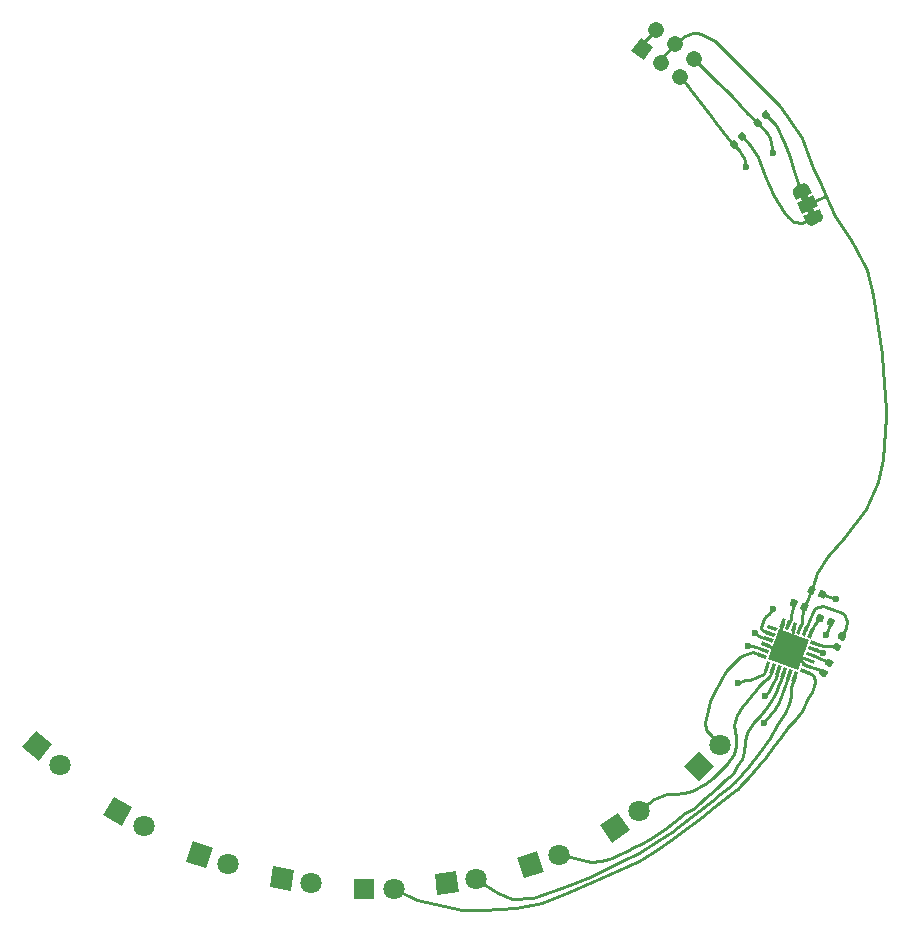
<source format=gtl>
G04 #@! TF.GenerationSoftware,KiCad,Pcbnew,(5.1.5)-3*
G04 #@! TF.CreationDate,2020-01-15T14:34:41+01:00*
G04 #@! TF.ProjectId,ring_pcb_5mm_leds,72696e67-5f70-4636-925f-356d6d5f6c65,rev?*
G04 #@! TF.SameCoordinates,Original*
G04 #@! TF.FileFunction,Copper,L1,Top*
G04 #@! TF.FilePolarity,Positive*
%FSLAX46Y46*%
G04 Gerber Fmt 4.6, Leading zero omitted, Abs format (unit mm)*
G04 Created by KiCad (PCBNEW (5.1.5)-3) date 2020-01-15 14:34:41*
%MOMM*%
%LPD*%
G04 APERTURE LIST*
%ADD10C,0.100000*%
%ADD11C,1.350000*%
%ADD12C,1.800000*%
%ADD13R,1.800000X1.800000*%
%ADD14C,0.600000*%
%ADD15C,0.250000*%
G04 APERTURE END LIST*
D10*
G36*
X181329511Y-66451415D02*
G01*
X181118202Y-65998262D01*
X181661987Y-65744691D01*
X181873296Y-66197845D01*
X181329511Y-66451415D01*
G37*
G36*
X180792786Y-65300405D02*
G01*
X180581477Y-64847251D01*
X181125261Y-64593680D01*
X181336571Y-65046834D01*
X180792786Y-65300405D01*
G37*
G04 #@! TA.AperFunction,SMDPad,CuDef*
G36*
X182375233Y-98155007D02*
G01*
X182389630Y-98156505D01*
X182403811Y-98159406D01*
X182417640Y-98163683D01*
X182694849Y-98264579D01*
X182708192Y-98270192D01*
X182720920Y-98277085D01*
X182732912Y-98285192D01*
X182744051Y-98294436D01*
X182754230Y-98304727D01*
X182763352Y-98315966D01*
X182771328Y-98328045D01*
X182778081Y-98340848D01*
X182783548Y-98354251D01*
X182787674Y-98368125D01*
X182790420Y-98382337D01*
X182791761Y-98396750D01*
X182791682Y-98411225D01*
X182790184Y-98425622D01*
X182787283Y-98439803D01*
X182783006Y-98453632D01*
X182665009Y-98777826D01*
X182659396Y-98791169D01*
X182652503Y-98803897D01*
X182644396Y-98815889D01*
X182635152Y-98827028D01*
X182624861Y-98837207D01*
X182613622Y-98846329D01*
X182601543Y-98854305D01*
X182588740Y-98861058D01*
X182575337Y-98866525D01*
X182561463Y-98870651D01*
X182547251Y-98873397D01*
X182532838Y-98874738D01*
X182518363Y-98874659D01*
X182503966Y-98873161D01*
X182489785Y-98870260D01*
X182475956Y-98865983D01*
X182198747Y-98765087D01*
X182185404Y-98759474D01*
X182172676Y-98752581D01*
X182160684Y-98744474D01*
X182149545Y-98735230D01*
X182139366Y-98724939D01*
X182130244Y-98713700D01*
X182122268Y-98701621D01*
X182115515Y-98688818D01*
X182110048Y-98675415D01*
X182105922Y-98661541D01*
X182103176Y-98647329D01*
X182101835Y-98632916D01*
X182101914Y-98618441D01*
X182103412Y-98604044D01*
X182106313Y-98589863D01*
X182110590Y-98576034D01*
X182228587Y-98251840D01*
X182234200Y-98238497D01*
X182241093Y-98225769D01*
X182249200Y-98213777D01*
X182258444Y-98202638D01*
X182268735Y-98192459D01*
X182279974Y-98183337D01*
X182292053Y-98175361D01*
X182304856Y-98168608D01*
X182318259Y-98163141D01*
X182332133Y-98159015D01*
X182346345Y-98156269D01*
X182360758Y-98154928D01*
X182375233Y-98155007D01*
G37*
G04 #@! TD.AperFunction*
G04 #@! TA.AperFunction,SMDPad,CuDef*
G36*
X181463731Y-97823247D02*
G01*
X181478128Y-97824745D01*
X181492309Y-97827646D01*
X181506138Y-97831923D01*
X181783347Y-97932819D01*
X181796690Y-97938432D01*
X181809418Y-97945325D01*
X181821410Y-97953432D01*
X181832549Y-97962676D01*
X181842728Y-97972967D01*
X181851850Y-97984206D01*
X181859826Y-97996285D01*
X181866579Y-98009088D01*
X181872046Y-98022491D01*
X181876172Y-98036365D01*
X181878918Y-98050577D01*
X181880259Y-98064990D01*
X181880180Y-98079465D01*
X181878682Y-98093862D01*
X181875781Y-98108043D01*
X181871504Y-98121872D01*
X181753507Y-98446066D01*
X181747894Y-98459409D01*
X181741001Y-98472137D01*
X181732894Y-98484129D01*
X181723650Y-98495268D01*
X181713359Y-98505447D01*
X181702120Y-98514569D01*
X181690041Y-98522545D01*
X181677238Y-98529298D01*
X181663835Y-98534765D01*
X181649961Y-98538891D01*
X181635749Y-98541637D01*
X181621336Y-98542978D01*
X181606861Y-98542899D01*
X181592464Y-98541401D01*
X181578283Y-98538500D01*
X181564454Y-98534223D01*
X181287245Y-98433327D01*
X181273902Y-98427714D01*
X181261174Y-98420821D01*
X181249182Y-98412714D01*
X181238043Y-98403470D01*
X181227864Y-98393179D01*
X181218742Y-98381940D01*
X181210766Y-98369861D01*
X181204013Y-98357058D01*
X181198546Y-98343655D01*
X181194420Y-98329781D01*
X181191674Y-98315569D01*
X181190333Y-98301156D01*
X181190412Y-98286681D01*
X181191910Y-98272284D01*
X181194811Y-98258103D01*
X181199088Y-98244274D01*
X181317085Y-97920080D01*
X181322698Y-97906737D01*
X181329591Y-97894009D01*
X181337698Y-97882017D01*
X181346942Y-97870878D01*
X181357233Y-97860699D01*
X181368472Y-97851577D01*
X181380551Y-97843601D01*
X181393354Y-97836848D01*
X181406757Y-97831381D01*
X181420631Y-97827255D01*
X181434843Y-97824509D01*
X181449256Y-97823168D01*
X181463731Y-97823247D01*
G37*
G04 #@! TD.AperFunction*
G04 #@! TA.AperFunction,SMDPad,CuDef*
G36*
X182217742Y-65871720D02*
G01*
X182450182Y-66370189D01*
X182449636Y-66370444D01*
X182460005Y-66392679D01*
X182476282Y-66438968D01*
X182487946Y-66486629D01*
X182494880Y-66535205D01*
X182497021Y-66584226D01*
X182494345Y-66633220D01*
X182486882Y-66681717D01*
X182474700Y-66729248D01*
X182457917Y-66775357D01*
X182436697Y-66819598D01*
X182411241Y-66861547D01*
X182381798Y-66900799D01*
X182348648Y-66936975D01*
X182312112Y-66969728D01*
X182272541Y-66998742D01*
X182230318Y-67023738D01*
X182208083Y-67034107D01*
X182208337Y-67034652D01*
X181755183Y-67245961D01*
X181754929Y-67245416D01*
X181732693Y-67255784D01*
X181686405Y-67272062D01*
X181638743Y-67283725D01*
X181590168Y-67290660D01*
X181541147Y-67292801D01*
X181492152Y-67290125D01*
X181443655Y-67282661D01*
X181396125Y-67270479D01*
X181350015Y-67253697D01*
X181305774Y-67232477D01*
X181263826Y-67207021D01*
X181224574Y-67177578D01*
X181188398Y-67144427D01*
X181155644Y-67107892D01*
X181126630Y-67068321D01*
X181101634Y-67026098D01*
X181091266Y-67003862D01*
X181090720Y-67004117D01*
X180858280Y-66505647D01*
X182217742Y-65871720D01*
G37*
G04 #@! TD.AperFunction*
G04 #@! TA.AperFunction,SMDPad,CuDef*
G36*
X182112087Y-65645143D02*
G01*
X180752625Y-66279071D01*
X180330007Y-65372763D01*
X181689469Y-64738835D01*
X182112087Y-65645143D01*
G37*
G04 #@! TD.AperFunction*
G04 #@! TA.AperFunction,SMDPad,CuDef*
G36*
X179992458Y-64647462D02*
G01*
X179982089Y-64625227D01*
X179965812Y-64578938D01*
X179954148Y-64531277D01*
X179947214Y-64482701D01*
X179945073Y-64433680D01*
X179947749Y-64384686D01*
X179955212Y-64336189D01*
X179967394Y-64288658D01*
X179984177Y-64242549D01*
X180005397Y-64198308D01*
X180030853Y-64156359D01*
X180060296Y-64117107D01*
X180093446Y-64080931D01*
X180129982Y-64048178D01*
X180169553Y-64019164D01*
X180211776Y-63994168D01*
X180234011Y-63983799D01*
X180233757Y-63983254D01*
X180686911Y-63771945D01*
X180687165Y-63772490D01*
X180709401Y-63762122D01*
X180755689Y-63745844D01*
X180803351Y-63734181D01*
X180851926Y-63727246D01*
X180900947Y-63725105D01*
X180949942Y-63727781D01*
X180998439Y-63735245D01*
X181045969Y-63747427D01*
X181092079Y-63764209D01*
X181136320Y-63785429D01*
X181178268Y-63810885D01*
X181217520Y-63840328D01*
X181253696Y-63873479D01*
X181286450Y-63910014D01*
X181315464Y-63949585D01*
X181340460Y-63991808D01*
X181350828Y-64014044D01*
X181351374Y-64013789D01*
X181583814Y-64512259D01*
X180224352Y-65146186D01*
X179991912Y-64647717D01*
X179992458Y-64647462D01*
G37*
G04 #@! TD.AperFunction*
G04 #@! TA.AperFunction,SMDPad,CuDef*
G36*
X180869482Y-99229127D02*
G01*
X180883879Y-99230625D01*
X180898060Y-99233526D01*
X180911889Y-99237803D01*
X181189098Y-99338699D01*
X181202441Y-99344312D01*
X181215169Y-99351205D01*
X181227161Y-99359312D01*
X181238300Y-99368556D01*
X181248479Y-99378847D01*
X181257601Y-99390086D01*
X181265577Y-99402165D01*
X181272330Y-99414968D01*
X181277797Y-99428371D01*
X181281923Y-99442245D01*
X181284669Y-99456457D01*
X181286010Y-99470870D01*
X181285931Y-99485345D01*
X181284433Y-99499742D01*
X181281532Y-99513923D01*
X181277255Y-99527752D01*
X181159258Y-99851946D01*
X181153645Y-99865289D01*
X181146752Y-99878017D01*
X181138645Y-99890009D01*
X181129401Y-99901148D01*
X181119110Y-99911327D01*
X181107871Y-99920449D01*
X181095792Y-99928425D01*
X181082989Y-99935178D01*
X181069586Y-99940645D01*
X181055712Y-99944771D01*
X181041500Y-99947517D01*
X181027087Y-99948858D01*
X181012612Y-99948779D01*
X180998215Y-99947281D01*
X180984034Y-99944380D01*
X180970205Y-99940103D01*
X180692996Y-99839207D01*
X180679653Y-99833594D01*
X180666925Y-99826701D01*
X180654933Y-99818594D01*
X180643794Y-99809350D01*
X180633615Y-99799059D01*
X180624493Y-99787820D01*
X180616517Y-99775741D01*
X180609764Y-99762938D01*
X180604297Y-99749535D01*
X180600171Y-99735661D01*
X180597425Y-99721449D01*
X180596084Y-99707036D01*
X180596163Y-99692561D01*
X180597661Y-99678164D01*
X180600562Y-99663983D01*
X180604839Y-99650154D01*
X180722836Y-99325960D01*
X180728449Y-99312617D01*
X180735342Y-99299889D01*
X180743449Y-99287897D01*
X180752693Y-99276758D01*
X180762984Y-99266579D01*
X180774223Y-99257457D01*
X180786302Y-99249481D01*
X180799105Y-99242728D01*
X180812508Y-99237261D01*
X180826382Y-99233135D01*
X180840594Y-99230389D01*
X180855007Y-99229048D01*
X180869482Y-99229127D01*
G37*
G04 #@! TD.AperFunction*
G04 #@! TA.AperFunction,SMDPad,CuDef*
G36*
X179957980Y-98897367D02*
G01*
X179972377Y-98898865D01*
X179986558Y-98901766D01*
X180000387Y-98906043D01*
X180277596Y-99006939D01*
X180290939Y-99012552D01*
X180303667Y-99019445D01*
X180315659Y-99027552D01*
X180326798Y-99036796D01*
X180336977Y-99047087D01*
X180346099Y-99058326D01*
X180354075Y-99070405D01*
X180360828Y-99083208D01*
X180366295Y-99096611D01*
X180370421Y-99110485D01*
X180373167Y-99124697D01*
X180374508Y-99139110D01*
X180374429Y-99153585D01*
X180372931Y-99167982D01*
X180370030Y-99182163D01*
X180365753Y-99195992D01*
X180247756Y-99520186D01*
X180242143Y-99533529D01*
X180235250Y-99546257D01*
X180227143Y-99558249D01*
X180217899Y-99569388D01*
X180207608Y-99579567D01*
X180196369Y-99588689D01*
X180184290Y-99596665D01*
X180171487Y-99603418D01*
X180158084Y-99608885D01*
X180144210Y-99613011D01*
X180129998Y-99615757D01*
X180115585Y-99617098D01*
X180101110Y-99617019D01*
X180086713Y-99615521D01*
X180072532Y-99612620D01*
X180058703Y-99608343D01*
X179781494Y-99507447D01*
X179768151Y-99501834D01*
X179755423Y-99494941D01*
X179743431Y-99486834D01*
X179732292Y-99477590D01*
X179722113Y-99467299D01*
X179712991Y-99456060D01*
X179705015Y-99443981D01*
X179698262Y-99431178D01*
X179692795Y-99417775D01*
X179688669Y-99403901D01*
X179685923Y-99389689D01*
X179684582Y-99375276D01*
X179684661Y-99360801D01*
X179686159Y-99346404D01*
X179689060Y-99332223D01*
X179693337Y-99318394D01*
X179811334Y-98994200D01*
X179816947Y-98980857D01*
X179823840Y-98968129D01*
X179831947Y-98956137D01*
X179841191Y-98944998D01*
X179851482Y-98934819D01*
X179862721Y-98925697D01*
X179874800Y-98917721D01*
X179887603Y-98910968D01*
X179901006Y-98905501D01*
X179914880Y-98901375D01*
X179929092Y-98898629D01*
X179943505Y-98897288D01*
X179957980Y-98897367D01*
G37*
G04 #@! TD.AperFunction*
G04 #@! TA.AperFunction,SMDPad,CuDef*
G36*
X174964880Y-60058836D02*
G01*
X174979198Y-60060960D01*
X174993239Y-60064477D01*
X175006868Y-60069354D01*
X175019953Y-60075543D01*
X175032369Y-60082984D01*
X175043995Y-60091607D01*
X175054720Y-60101328D01*
X175298672Y-60345280D01*
X175308393Y-60356005D01*
X175317016Y-60367631D01*
X175324457Y-60380047D01*
X175330646Y-60393132D01*
X175335523Y-60406761D01*
X175339040Y-60420802D01*
X175341164Y-60435120D01*
X175341874Y-60449578D01*
X175341164Y-60464036D01*
X175339040Y-60478354D01*
X175335523Y-60492395D01*
X175330646Y-60506024D01*
X175324457Y-60519109D01*
X175317016Y-60531525D01*
X175308393Y-60543151D01*
X175298672Y-60553876D01*
X175090076Y-60762472D01*
X175079351Y-60772193D01*
X175067725Y-60780816D01*
X175055309Y-60788257D01*
X175042224Y-60794446D01*
X175028595Y-60799323D01*
X175014554Y-60802840D01*
X175000236Y-60804964D01*
X174985778Y-60805674D01*
X174971320Y-60804964D01*
X174957002Y-60802840D01*
X174942961Y-60799323D01*
X174929332Y-60794446D01*
X174916247Y-60788257D01*
X174903831Y-60780816D01*
X174892205Y-60772193D01*
X174881480Y-60762472D01*
X174637528Y-60518520D01*
X174627807Y-60507795D01*
X174619184Y-60496169D01*
X174611743Y-60483753D01*
X174605554Y-60470668D01*
X174600677Y-60457039D01*
X174597160Y-60442998D01*
X174595036Y-60428680D01*
X174594326Y-60414222D01*
X174595036Y-60399764D01*
X174597160Y-60385446D01*
X174600677Y-60371405D01*
X174605554Y-60357776D01*
X174611743Y-60344691D01*
X174619184Y-60332275D01*
X174627807Y-60320649D01*
X174637528Y-60309924D01*
X174846124Y-60101328D01*
X174856849Y-60091607D01*
X174868475Y-60082984D01*
X174880891Y-60075543D01*
X174893976Y-60069354D01*
X174907605Y-60064477D01*
X174921646Y-60060960D01*
X174935964Y-60058836D01*
X174950422Y-60058126D01*
X174964880Y-60058836D01*
G37*
G04 #@! TD.AperFunction*
G04 #@! TA.AperFunction,SMDPad,CuDef*
G36*
X175650774Y-59372942D02*
G01*
X175665092Y-59375066D01*
X175679133Y-59378583D01*
X175692762Y-59383460D01*
X175705847Y-59389649D01*
X175718263Y-59397090D01*
X175729889Y-59405713D01*
X175740614Y-59415434D01*
X175984566Y-59659386D01*
X175994287Y-59670111D01*
X176002910Y-59681737D01*
X176010351Y-59694153D01*
X176016540Y-59707238D01*
X176021417Y-59720867D01*
X176024934Y-59734908D01*
X176027058Y-59749226D01*
X176027768Y-59763684D01*
X176027058Y-59778142D01*
X176024934Y-59792460D01*
X176021417Y-59806501D01*
X176016540Y-59820130D01*
X176010351Y-59833215D01*
X176002910Y-59845631D01*
X175994287Y-59857257D01*
X175984566Y-59867982D01*
X175775970Y-60076578D01*
X175765245Y-60086299D01*
X175753619Y-60094922D01*
X175741203Y-60102363D01*
X175728118Y-60108552D01*
X175714489Y-60113429D01*
X175700448Y-60116946D01*
X175686130Y-60119070D01*
X175671672Y-60119780D01*
X175657214Y-60119070D01*
X175642896Y-60116946D01*
X175628855Y-60113429D01*
X175615226Y-60108552D01*
X175602141Y-60102363D01*
X175589725Y-60094922D01*
X175578099Y-60086299D01*
X175567374Y-60076578D01*
X175323422Y-59832626D01*
X175313701Y-59821901D01*
X175305078Y-59810275D01*
X175297637Y-59797859D01*
X175291448Y-59784774D01*
X175286571Y-59771145D01*
X175283054Y-59757104D01*
X175280930Y-59742786D01*
X175280220Y-59728328D01*
X175280930Y-59713870D01*
X175283054Y-59699552D01*
X175286571Y-59685511D01*
X175291448Y-59671882D01*
X175297637Y-59658797D01*
X175305078Y-59646381D01*
X175313701Y-59634755D01*
X175323422Y-59624030D01*
X175532018Y-59415434D01*
X175542743Y-59405713D01*
X175554369Y-59397090D01*
X175566785Y-59389649D01*
X175579870Y-59383460D01*
X175593499Y-59378583D01*
X175607540Y-59375066D01*
X175621858Y-59372942D01*
X175636316Y-59372232D01*
X175650774Y-59372942D01*
G37*
G04 #@! TD.AperFunction*
D11*
X171601219Y-53160942D02*
X171601219Y-53160942D01*
X170397589Y-54758213D02*
X170397589Y-54758213D01*
X170003948Y-51957312D02*
X170003948Y-51957312D01*
X168800318Y-53554583D02*
X168800318Y-53554583D01*
X168406677Y-50753682D02*
X168406677Y-50753682D01*
G04 #@! TA.AperFunction,ComponentPad*
D10*
G36*
X167335901Y-53296257D02*
G01*
X166257743Y-52483807D01*
X167070193Y-51405649D01*
X168148351Y-52218099D01*
X167335901Y-53296257D01*
G37*
G04 #@! TD.AperFunction*
G04 #@! TA.AperFunction,SMDPad,CuDef*
G36*
X182977160Y-103958704D02*
G01*
X182991402Y-103961295D01*
X183005320Y-103965270D01*
X183018782Y-103970590D01*
X183031658Y-103977203D01*
X183330436Y-104149703D01*
X183342602Y-104157547D01*
X183353940Y-104166546D01*
X183364341Y-104176612D01*
X183373706Y-104187650D01*
X183381943Y-104199552D01*
X183388975Y-104212205D01*
X183394732Y-104225485D01*
X183399160Y-104239266D01*
X183402216Y-104253415D01*
X183403870Y-104267795D01*
X183404107Y-104282268D01*
X183402924Y-104296695D01*
X183400333Y-104310936D01*
X183396358Y-104324854D01*
X183391038Y-104338316D01*
X183384425Y-104351192D01*
X183236925Y-104606670D01*
X183229081Y-104618835D01*
X183220082Y-104630173D01*
X183210016Y-104640575D01*
X183198978Y-104649940D01*
X183187076Y-104658177D01*
X183174424Y-104665209D01*
X183161143Y-104670966D01*
X183147362Y-104675394D01*
X183133213Y-104678450D01*
X183118833Y-104680104D01*
X183104360Y-104680341D01*
X183089934Y-104679158D01*
X183075692Y-104676567D01*
X183061774Y-104672592D01*
X183048312Y-104667272D01*
X183035436Y-104660659D01*
X182736658Y-104488159D01*
X182724492Y-104480315D01*
X182713154Y-104471316D01*
X182702753Y-104461250D01*
X182693388Y-104450212D01*
X182685151Y-104438310D01*
X182678119Y-104425657D01*
X182672362Y-104412377D01*
X182667934Y-104398596D01*
X182664878Y-104384447D01*
X182663224Y-104370067D01*
X182662987Y-104355594D01*
X182664170Y-104341167D01*
X182666761Y-104326926D01*
X182670736Y-104313008D01*
X182676056Y-104299546D01*
X182682669Y-104286670D01*
X182830169Y-104031192D01*
X182838013Y-104019027D01*
X182847012Y-104007689D01*
X182857078Y-103997287D01*
X182868116Y-103987922D01*
X182880018Y-103979685D01*
X182892670Y-103972653D01*
X182905951Y-103966896D01*
X182919732Y-103962468D01*
X182933881Y-103959412D01*
X182948261Y-103957758D01*
X182962734Y-103957521D01*
X182977160Y-103958704D01*
G37*
G04 #@! TD.AperFunction*
G04 #@! TA.AperFunction,SMDPad,CuDef*
G36*
X182492160Y-104798748D02*
G01*
X182506402Y-104801339D01*
X182520320Y-104805314D01*
X182533782Y-104810634D01*
X182546658Y-104817247D01*
X182845436Y-104989747D01*
X182857602Y-104997591D01*
X182868940Y-105006590D01*
X182879341Y-105016656D01*
X182888706Y-105027694D01*
X182896943Y-105039596D01*
X182903975Y-105052249D01*
X182909732Y-105065529D01*
X182914160Y-105079310D01*
X182917216Y-105093459D01*
X182918870Y-105107839D01*
X182919107Y-105122312D01*
X182917924Y-105136739D01*
X182915333Y-105150980D01*
X182911358Y-105164898D01*
X182906038Y-105178360D01*
X182899425Y-105191236D01*
X182751925Y-105446714D01*
X182744081Y-105458879D01*
X182735082Y-105470217D01*
X182725016Y-105480619D01*
X182713978Y-105489984D01*
X182702076Y-105498221D01*
X182689424Y-105505253D01*
X182676143Y-105511010D01*
X182662362Y-105515438D01*
X182648213Y-105518494D01*
X182633833Y-105520148D01*
X182619360Y-105520385D01*
X182604934Y-105519202D01*
X182590692Y-105516611D01*
X182576774Y-105512636D01*
X182563312Y-105507316D01*
X182550436Y-105500703D01*
X182251658Y-105328203D01*
X182239492Y-105320359D01*
X182228154Y-105311360D01*
X182217753Y-105301294D01*
X182208388Y-105290256D01*
X182200151Y-105278354D01*
X182193119Y-105265701D01*
X182187362Y-105252421D01*
X182182934Y-105238640D01*
X182179878Y-105224491D01*
X182178224Y-105210111D01*
X182177987Y-105195638D01*
X182179170Y-105181211D01*
X182181761Y-105166970D01*
X182185736Y-105153052D01*
X182191056Y-105139590D01*
X182197669Y-105126714D01*
X182345169Y-104871236D01*
X182353013Y-104859071D01*
X182362012Y-104847733D01*
X182372078Y-104837331D01*
X182383116Y-104827966D01*
X182395018Y-104819729D01*
X182407670Y-104812697D01*
X182420951Y-104806940D01*
X182434732Y-104802512D01*
X182448881Y-104799456D01*
X182463261Y-104797802D01*
X182477734Y-104797565D01*
X182492160Y-104798748D01*
G37*
G04 #@! TD.AperFunction*
G04 #@! TA.AperFunction,SMDPad,CuDef*
G36*
X182189731Y-100185247D02*
G01*
X182204128Y-100186745D01*
X182218309Y-100189646D01*
X182232138Y-100193923D01*
X182509347Y-100294819D01*
X182522690Y-100300432D01*
X182535418Y-100307325D01*
X182547410Y-100315432D01*
X182558549Y-100324676D01*
X182568728Y-100334967D01*
X182577850Y-100346206D01*
X182585826Y-100358285D01*
X182592579Y-100371088D01*
X182598046Y-100384491D01*
X182602172Y-100398365D01*
X182604918Y-100412577D01*
X182606259Y-100426990D01*
X182606180Y-100441465D01*
X182604682Y-100455862D01*
X182601781Y-100470043D01*
X182597504Y-100483872D01*
X182479507Y-100808066D01*
X182473894Y-100821409D01*
X182467001Y-100834137D01*
X182458894Y-100846129D01*
X182449650Y-100857268D01*
X182439359Y-100867447D01*
X182428120Y-100876569D01*
X182416041Y-100884545D01*
X182403238Y-100891298D01*
X182389835Y-100896765D01*
X182375961Y-100900891D01*
X182361749Y-100903637D01*
X182347336Y-100904978D01*
X182332861Y-100904899D01*
X182318464Y-100903401D01*
X182304283Y-100900500D01*
X182290454Y-100896223D01*
X182013245Y-100795327D01*
X181999902Y-100789714D01*
X181987174Y-100782821D01*
X181975182Y-100774714D01*
X181964043Y-100765470D01*
X181953864Y-100755179D01*
X181944742Y-100743940D01*
X181936766Y-100731861D01*
X181930013Y-100719058D01*
X181924546Y-100705655D01*
X181920420Y-100691781D01*
X181917674Y-100677569D01*
X181916333Y-100663156D01*
X181916412Y-100648681D01*
X181917910Y-100634284D01*
X181920811Y-100620103D01*
X181925088Y-100606274D01*
X182043085Y-100282080D01*
X182048698Y-100268737D01*
X182055591Y-100256009D01*
X182063698Y-100244017D01*
X182072942Y-100232878D01*
X182083233Y-100222699D01*
X182094472Y-100213577D01*
X182106551Y-100205601D01*
X182119354Y-100198848D01*
X182132757Y-100193381D01*
X182146631Y-100189255D01*
X182160843Y-100186509D01*
X182175256Y-100185168D01*
X182189731Y-100185247D01*
G37*
G04 #@! TD.AperFunction*
G04 #@! TA.AperFunction,SMDPad,CuDef*
G36*
X183101233Y-100517007D02*
G01*
X183115630Y-100518505D01*
X183129811Y-100521406D01*
X183143640Y-100525683D01*
X183420849Y-100626579D01*
X183434192Y-100632192D01*
X183446920Y-100639085D01*
X183458912Y-100647192D01*
X183470051Y-100656436D01*
X183480230Y-100666727D01*
X183489352Y-100677966D01*
X183497328Y-100690045D01*
X183504081Y-100702848D01*
X183509548Y-100716251D01*
X183513674Y-100730125D01*
X183516420Y-100744337D01*
X183517761Y-100758750D01*
X183517682Y-100773225D01*
X183516184Y-100787622D01*
X183513283Y-100801803D01*
X183509006Y-100815632D01*
X183391009Y-101139826D01*
X183385396Y-101153169D01*
X183378503Y-101165897D01*
X183370396Y-101177889D01*
X183361152Y-101189028D01*
X183350861Y-101199207D01*
X183339622Y-101208329D01*
X183327543Y-101216305D01*
X183314740Y-101223058D01*
X183301337Y-101228525D01*
X183287463Y-101232651D01*
X183273251Y-101235397D01*
X183258838Y-101236738D01*
X183244363Y-101236659D01*
X183229966Y-101235161D01*
X183215785Y-101232260D01*
X183201956Y-101227983D01*
X182924747Y-101127087D01*
X182911404Y-101121474D01*
X182898676Y-101114581D01*
X182886684Y-101106474D01*
X182875545Y-101097230D01*
X182865366Y-101086939D01*
X182856244Y-101075700D01*
X182848268Y-101063621D01*
X182841515Y-101050818D01*
X182836048Y-101037415D01*
X182831922Y-101023541D01*
X182829176Y-101009329D01*
X182827835Y-100994916D01*
X182827914Y-100980441D01*
X182829412Y-100966044D01*
X182832313Y-100951863D01*
X182836590Y-100938034D01*
X182954587Y-100613840D01*
X182960200Y-100600497D01*
X182967093Y-100587769D01*
X182975200Y-100575777D01*
X182984444Y-100564638D01*
X182994735Y-100554459D01*
X183005974Y-100545337D01*
X183018053Y-100537361D01*
X183030856Y-100530608D01*
X183044259Y-100525141D01*
X183058133Y-100521015D01*
X183072345Y-100518269D01*
X183086758Y-100516928D01*
X183101233Y-100517007D01*
G37*
G04 #@! TD.AperFunction*
G04 #@! TA.AperFunction,SMDPad,CuDef*
G36*
X184038861Y-101733793D02*
G01*
X184053073Y-101736539D01*
X184066948Y-101740665D01*
X184080351Y-101746132D01*
X184393027Y-101891935D01*
X184405830Y-101898688D01*
X184417909Y-101906664D01*
X184429148Y-101915786D01*
X184439439Y-101925965D01*
X184448683Y-101937104D01*
X184456790Y-101949096D01*
X184463683Y-101961824D01*
X184469296Y-101975167D01*
X184473573Y-101988996D01*
X184476474Y-102003177D01*
X184477972Y-102017574D01*
X184478051Y-102032049D01*
X184476710Y-102046462D01*
X184473964Y-102060674D01*
X184469838Y-102074548D01*
X184464371Y-102087951D01*
X184339699Y-102355312D01*
X184332946Y-102368115D01*
X184324970Y-102380194D01*
X184315848Y-102391433D01*
X184305669Y-102401724D01*
X184294530Y-102410968D01*
X184282538Y-102419075D01*
X184269810Y-102425968D01*
X184256467Y-102431581D01*
X184242639Y-102435858D01*
X184228457Y-102438759D01*
X184214060Y-102440257D01*
X184199585Y-102440336D01*
X184185173Y-102438995D01*
X184170961Y-102436249D01*
X184157086Y-102432123D01*
X184143683Y-102426656D01*
X183831007Y-102280853D01*
X183818204Y-102274100D01*
X183806125Y-102266124D01*
X183794886Y-102257002D01*
X183784595Y-102246823D01*
X183775351Y-102235684D01*
X183767244Y-102223692D01*
X183760351Y-102210964D01*
X183754738Y-102197621D01*
X183750461Y-102183792D01*
X183747560Y-102169611D01*
X183746062Y-102155214D01*
X183745983Y-102140739D01*
X183747324Y-102126326D01*
X183750070Y-102112114D01*
X183754196Y-102098240D01*
X183759663Y-102084837D01*
X183884335Y-101817476D01*
X183891088Y-101804673D01*
X183899064Y-101792594D01*
X183908186Y-101781355D01*
X183918365Y-101771064D01*
X183929504Y-101761820D01*
X183941496Y-101753713D01*
X183954224Y-101746820D01*
X183967567Y-101741207D01*
X183981395Y-101736930D01*
X183995577Y-101734029D01*
X184009974Y-101732531D01*
X184024449Y-101732452D01*
X184038861Y-101733793D01*
G37*
G04 #@! TD.AperFunction*
G04 #@! TA.AperFunction,SMDPad,CuDef*
G36*
X183628921Y-102612911D02*
G01*
X183643133Y-102615657D01*
X183657008Y-102619783D01*
X183670411Y-102625250D01*
X183983087Y-102771053D01*
X183995890Y-102777806D01*
X184007969Y-102785782D01*
X184019208Y-102794904D01*
X184029499Y-102805083D01*
X184038743Y-102816222D01*
X184046850Y-102828214D01*
X184053743Y-102840942D01*
X184059356Y-102854285D01*
X184063633Y-102868114D01*
X184066534Y-102882295D01*
X184068032Y-102896692D01*
X184068111Y-102911167D01*
X184066770Y-102925580D01*
X184064024Y-102939792D01*
X184059898Y-102953666D01*
X184054431Y-102967069D01*
X183929759Y-103234430D01*
X183923006Y-103247233D01*
X183915030Y-103259312D01*
X183905908Y-103270551D01*
X183895729Y-103280842D01*
X183884590Y-103290086D01*
X183872598Y-103298193D01*
X183859870Y-103305086D01*
X183846527Y-103310699D01*
X183832699Y-103314976D01*
X183818517Y-103317877D01*
X183804120Y-103319375D01*
X183789645Y-103319454D01*
X183775233Y-103318113D01*
X183761021Y-103315367D01*
X183747146Y-103311241D01*
X183733743Y-103305774D01*
X183421067Y-103159971D01*
X183408264Y-103153218D01*
X183396185Y-103145242D01*
X183384946Y-103136120D01*
X183374655Y-103125941D01*
X183365411Y-103114802D01*
X183357304Y-103102810D01*
X183350411Y-103090082D01*
X183344798Y-103076739D01*
X183340521Y-103062910D01*
X183337620Y-103048729D01*
X183336122Y-103034332D01*
X183336043Y-103019857D01*
X183337384Y-103005444D01*
X183340130Y-102991232D01*
X183344256Y-102977358D01*
X183349723Y-102963955D01*
X183474395Y-102696594D01*
X183481148Y-102683791D01*
X183489124Y-102671712D01*
X183498246Y-102660473D01*
X183508425Y-102650182D01*
X183519564Y-102640938D01*
X183531556Y-102632831D01*
X183544284Y-102625938D01*
X183557627Y-102620325D01*
X183571455Y-102616048D01*
X183585637Y-102613147D01*
X183600034Y-102611649D01*
X183614509Y-102611570D01*
X183628921Y-102612911D01*
G37*
G04 #@! TD.AperFunction*
G04 #@! TA.AperFunction,SMDPad,CuDef*
G36*
X178809283Y-101485625D02*
G01*
X181346453Y-102409079D01*
X180422999Y-104946249D01*
X177885829Y-104022795D01*
X178809283Y-101485625D01*
G37*
G04 #@! TD.AperFunction*
G04 #@! TA.AperFunction,SMDPad,CuDef*
G36*
X181528001Y-102421949D02*
G01*
X182326739Y-102712666D01*
X182224133Y-102994573D01*
X181425395Y-102703856D01*
X181528001Y-102421949D01*
G37*
G04 #@! TD.AperFunction*
G04 #@! TA.AperFunction,SMDPad,CuDef*
G36*
X181356991Y-102891795D02*
G01*
X182155729Y-103182512D01*
X182053123Y-103464419D01*
X181254385Y-103173702D01*
X181356991Y-102891795D01*
G37*
G04 #@! TD.AperFunction*
G04 #@! TA.AperFunction,SMDPad,CuDef*
G36*
X181185981Y-103361641D02*
G01*
X181984719Y-103652358D01*
X181882113Y-103934265D01*
X181083375Y-103643548D01*
X181185981Y-103361641D01*
G37*
G04 #@! TD.AperFunction*
G04 #@! TA.AperFunction,SMDPad,CuDef*
G36*
X181014971Y-103831487D02*
G01*
X181813709Y-104122204D01*
X181711103Y-104404111D01*
X180912365Y-104113394D01*
X181014971Y-103831487D01*
G37*
G04 #@! TD.AperFunction*
G04 #@! TA.AperFunction,SMDPad,CuDef*
G36*
X180843961Y-104301334D02*
G01*
X181642699Y-104592051D01*
X181540093Y-104873958D01*
X180741355Y-104583241D01*
X180843961Y-104301334D01*
G37*
G04 #@! TD.AperFunction*
G04 #@! TA.AperFunction,SMDPad,CuDef*
G36*
X180672950Y-104771180D02*
G01*
X181471688Y-105061897D01*
X181369082Y-105343804D01*
X180570344Y-105053087D01*
X180672950Y-104771180D01*
G37*
G04 #@! TD.AperFunction*
G04 #@! TA.AperFunction,SMDPad,CuDef*
G36*
X179837505Y-105823929D02*
G01*
X180128222Y-105025191D01*
X180410129Y-105127797D01*
X180119412Y-105926535D01*
X179837505Y-105823929D01*
G37*
G04 #@! TD.AperFunction*
G04 #@! TA.AperFunction,SMDPad,CuDef*
G36*
X179367659Y-105652919D02*
G01*
X179658376Y-104854181D01*
X179940283Y-104956787D01*
X179649566Y-105755525D01*
X179367659Y-105652919D01*
G37*
G04 #@! TD.AperFunction*
G04 #@! TA.AperFunction,SMDPad,CuDef*
G36*
X178897813Y-105481909D02*
G01*
X179188530Y-104683171D01*
X179470437Y-104785777D01*
X179179720Y-105584515D01*
X178897813Y-105481909D01*
G37*
G04 #@! TD.AperFunction*
G04 #@! TA.AperFunction,SMDPad,CuDef*
G36*
X178427967Y-105310899D02*
G01*
X178718684Y-104512161D01*
X179000591Y-104614767D01*
X178709874Y-105413505D01*
X178427967Y-105310899D01*
G37*
G04 #@! TD.AperFunction*
G04 #@! TA.AperFunction,SMDPad,CuDef*
G36*
X177958120Y-105139889D02*
G01*
X178248837Y-104341151D01*
X178530744Y-104443757D01*
X178240027Y-105242495D01*
X177958120Y-105139889D01*
G37*
G04 #@! TD.AperFunction*
G04 #@! TA.AperFunction,SMDPad,CuDef*
G36*
X177488274Y-104968878D02*
G01*
X177778991Y-104170140D01*
X178060898Y-104272746D01*
X177770181Y-105071484D01*
X177488274Y-104968878D01*
G37*
G04 #@! TD.AperFunction*
G04 #@! TA.AperFunction,SMDPad,CuDef*
G36*
X177008149Y-103437301D02*
G01*
X177806887Y-103728018D01*
X177704281Y-104009925D01*
X176905543Y-103719208D01*
X177008149Y-103437301D01*
G37*
G04 #@! TD.AperFunction*
G04 #@! TA.AperFunction,SMDPad,CuDef*
G36*
X177179159Y-102967455D02*
G01*
X177977897Y-103258172D01*
X177875291Y-103540079D01*
X177076553Y-103249362D01*
X177179159Y-102967455D01*
G37*
G04 #@! TD.AperFunction*
G04 #@! TA.AperFunction,SMDPad,CuDef*
G36*
X177350169Y-102497609D02*
G01*
X178148907Y-102788326D01*
X178046301Y-103070233D01*
X177247563Y-102779516D01*
X177350169Y-102497609D01*
G37*
G04 #@! TD.AperFunction*
G04 #@! TA.AperFunction,SMDPad,CuDef*
G36*
X177521179Y-102027763D02*
G01*
X178319917Y-102318480D01*
X178217311Y-102600387D01*
X177418573Y-102309670D01*
X177521179Y-102027763D01*
G37*
G04 #@! TD.AperFunction*
G04 #@! TA.AperFunction,SMDPad,CuDef*
G36*
X177692189Y-101557916D02*
G01*
X178490927Y-101848633D01*
X178388321Y-102130540D01*
X177589583Y-101839823D01*
X177692189Y-101557916D01*
G37*
G04 #@! TD.AperFunction*
G04 #@! TA.AperFunction,SMDPad,CuDef*
G36*
X177863200Y-101088070D02*
G01*
X178661938Y-101378787D01*
X178559332Y-101660694D01*
X177760594Y-101369977D01*
X177863200Y-101088070D01*
G37*
G04 #@! TD.AperFunction*
G04 #@! TA.AperFunction,SMDPad,CuDef*
G36*
X178822153Y-101304077D02*
G01*
X179112870Y-100505339D01*
X179394777Y-100607945D01*
X179104060Y-101406683D01*
X178822153Y-101304077D01*
G37*
G04 #@! TD.AperFunction*
G04 #@! TA.AperFunction,SMDPad,CuDef*
G36*
X179291999Y-101475087D02*
G01*
X179582716Y-100676349D01*
X179864623Y-100778955D01*
X179573906Y-101577693D01*
X179291999Y-101475087D01*
G37*
G04 #@! TD.AperFunction*
G04 #@! TA.AperFunction,SMDPad,CuDef*
G36*
X179761845Y-101646097D02*
G01*
X180052562Y-100847359D01*
X180334469Y-100949965D01*
X180043752Y-101748703D01*
X179761845Y-101646097D01*
G37*
G04 #@! TD.AperFunction*
G04 #@! TA.AperFunction,SMDPad,CuDef*
G36*
X180231691Y-101817107D02*
G01*
X180522408Y-101018369D01*
X180804315Y-101120975D01*
X180513598Y-101919713D01*
X180231691Y-101817107D01*
G37*
G04 #@! TD.AperFunction*
G04 #@! TA.AperFunction,SMDPad,CuDef*
G36*
X180701538Y-101988117D02*
G01*
X180992255Y-101189379D01*
X181274162Y-101291985D01*
X180983445Y-102090723D01*
X180701538Y-101988117D01*
G37*
G04 #@! TD.AperFunction*
G04 #@! TA.AperFunction,SMDPad,CuDef*
G36*
X181171384Y-102159128D02*
G01*
X181462101Y-101360390D01*
X181744008Y-101462996D01*
X181453291Y-102261734D01*
X181171384Y-102159128D01*
G37*
G04 #@! TD.AperFunction*
D12*
X117926800Y-112951634D03*
G04 #@! TA.AperFunction,ComponentPad*
D10*
G36*
X114713098Y-111429884D02*
G01*
X115870116Y-110051004D01*
X117248996Y-111208022D01*
X116091978Y-112586902D01*
X114713098Y-111429884D01*
G37*
G04 #@! TD.AperFunction*
D12*
X173817098Y-111242902D03*
G04 #@! TA.AperFunction,ComponentPad*
D10*
G36*
X172021047Y-114311745D02*
G01*
X170748255Y-113038953D01*
X172021047Y-111766161D01*
X173293839Y-113038953D01*
X172021047Y-114311745D01*
G37*
G04 #@! TD.AperFunction*
D12*
X125000752Y-118158953D03*
G04 #@! TA.AperFunction,ComponentPad*
D10*
G36*
X121571624Y-117218376D02*
G01*
X122471624Y-115659530D01*
X124030470Y-116559530D01*
X123130470Y-118118376D01*
X121571624Y-117218376D01*
G37*
G04 #@! TD.AperFunction*
D12*
X166971693Y-116822069D03*
G04 #@! TA.AperFunction,ComponentPad*
D10*
G36*
X164670029Y-119532409D02*
G01*
X163637591Y-118057935D01*
X165112065Y-117025497D01*
X166144503Y-118499971D01*
X164670029Y-119532409D01*
G37*
G04 #@! TD.AperFunction*
D12*
X132136731Y-121353856D03*
G04 #@! TA.AperFunction,ComponentPad*
D10*
G36*
X128586981Y-121146789D02*
G01*
X129143211Y-119434887D01*
X130855113Y-119991117D01*
X130298883Y-121703019D01*
X128586981Y-121146789D01*
G37*
G04 #@! TD.AperFunction*
D12*
X160132664Y-120602010D03*
G04 #@! TA.AperFunction,ComponentPad*
D10*
G36*
X157173092Y-122572931D02*
G01*
X156587069Y-120870998D01*
X158289002Y-120284975D01*
X158875025Y-121986908D01*
X157173092Y-122572931D01*
G37*
G04 #@! TD.AperFunction*
D12*
X139189775Y-122986297D03*
G04 #@! TA.AperFunction,ComponentPad*
D10*
G36*
X135651336Y-123337081D02*
G01*
X135932919Y-121559242D01*
X137710758Y-121840825D01*
X137429175Y-123618664D01*
X135651336Y-123337081D01*
G37*
G04 #@! TD.AperFunction*
D12*
X153172114Y-122639405D03*
G04 #@! TA.AperFunction,ComponentPad*
D10*
G36*
X149867438Y-123951927D02*
G01*
X149648073Y-122165344D01*
X151434656Y-121945979D01*
X151654021Y-123732562D01*
X149867438Y-123951927D01*
G37*
G04 #@! TD.AperFunction*
D12*
X146201047Y-123478953D03*
D13*
X143661047Y-123478953D03*
G04 #@! TA.AperFunction,SMDPad,CuDef*
D10*
G36*
X177680774Y-57532942D02*
G01*
X177695092Y-57535066D01*
X177709133Y-57538583D01*
X177722762Y-57543460D01*
X177735847Y-57549649D01*
X177748263Y-57557090D01*
X177759889Y-57565713D01*
X177770614Y-57575434D01*
X178014566Y-57819386D01*
X178024287Y-57830111D01*
X178032910Y-57841737D01*
X178040351Y-57854153D01*
X178046540Y-57867238D01*
X178051417Y-57880867D01*
X178054934Y-57894908D01*
X178057058Y-57909226D01*
X178057768Y-57923684D01*
X178057058Y-57938142D01*
X178054934Y-57952460D01*
X178051417Y-57966501D01*
X178046540Y-57980130D01*
X178040351Y-57993215D01*
X178032910Y-58005631D01*
X178024287Y-58017257D01*
X178014566Y-58027982D01*
X177805970Y-58236578D01*
X177795245Y-58246299D01*
X177783619Y-58254922D01*
X177771203Y-58262363D01*
X177758118Y-58268552D01*
X177744489Y-58273429D01*
X177730448Y-58276946D01*
X177716130Y-58279070D01*
X177701672Y-58279780D01*
X177687214Y-58279070D01*
X177672896Y-58276946D01*
X177658855Y-58273429D01*
X177645226Y-58268552D01*
X177632141Y-58262363D01*
X177619725Y-58254922D01*
X177608099Y-58246299D01*
X177597374Y-58236578D01*
X177353422Y-57992626D01*
X177343701Y-57981901D01*
X177335078Y-57970275D01*
X177327637Y-57957859D01*
X177321448Y-57944774D01*
X177316571Y-57931145D01*
X177313054Y-57917104D01*
X177310930Y-57902786D01*
X177310220Y-57888328D01*
X177310930Y-57873870D01*
X177313054Y-57859552D01*
X177316571Y-57845511D01*
X177321448Y-57831882D01*
X177327637Y-57818797D01*
X177335078Y-57806381D01*
X177343701Y-57794755D01*
X177353422Y-57784030D01*
X177562018Y-57575434D01*
X177572743Y-57565713D01*
X177584369Y-57557090D01*
X177596785Y-57549649D01*
X177609870Y-57543460D01*
X177623499Y-57538583D01*
X177637540Y-57535066D01*
X177651858Y-57532942D01*
X177666316Y-57532232D01*
X177680774Y-57532942D01*
G37*
G04 #@! TD.AperFunction*
G04 #@! TA.AperFunction,SMDPad,CuDef*
G36*
X176994880Y-58218836D02*
G01*
X177009198Y-58220960D01*
X177023239Y-58224477D01*
X177036868Y-58229354D01*
X177049953Y-58235543D01*
X177062369Y-58242984D01*
X177073995Y-58251607D01*
X177084720Y-58261328D01*
X177328672Y-58505280D01*
X177338393Y-58516005D01*
X177347016Y-58527631D01*
X177354457Y-58540047D01*
X177360646Y-58553132D01*
X177365523Y-58566761D01*
X177369040Y-58580802D01*
X177371164Y-58595120D01*
X177371874Y-58609578D01*
X177371164Y-58624036D01*
X177369040Y-58638354D01*
X177365523Y-58652395D01*
X177360646Y-58666024D01*
X177354457Y-58679109D01*
X177347016Y-58691525D01*
X177338393Y-58703151D01*
X177328672Y-58713876D01*
X177120076Y-58922472D01*
X177109351Y-58932193D01*
X177097725Y-58940816D01*
X177085309Y-58948257D01*
X177072224Y-58954446D01*
X177058595Y-58959323D01*
X177044554Y-58962840D01*
X177030236Y-58964964D01*
X177015778Y-58965674D01*
X177001320Y-58964964D01*
X176987002Y-58962840D01*
X176972961Y-58959323D01*
X176959332Y-58954446D01*
X176946247Y-58948257D01*
X176933831Y-58940816D01*
X176922205Y-58932193D01*
X176911480Y-58922472D01*
X176667528Y-58678520D01*
X176657807Y-58667795D01*
X176649184Y-58656169D01*
X176641743Y-58643753D01*
X176635554Y-58630668D01*
X176630677Y-58617039D01*
X176627160Y-58602998D01*
X176625036Y-58588680D01*
X176624326Y-58574222D01*
X176625036Y-58559764D01*
X176627160Y-58545446D01*
X176630677Y-58531405D01*
X176635554Y-58517776D01*
X176641743Y-58504691D01*
X176649184Y-58492275D01*
X176657807Y-58480649D01*
X176667528Y-58469924D01*
X176876124Y-58261328D01*
X176886849Y-58251607D01*
X176898475Y-58242984D01*
X176910891Y-58235543D01*
X176923976Y-58229354D01*
X176937605Y-58224477D01*
X176951646Y-58220960D01*
X176965964Y-58218836D01*
X176980422Y-58218126D01*
X176994880Y-58218836D01*
G37*
G04 #@! TD.AperFunction*
D14*
X182535047Y-103468953D03*
X182800047Y-101939953D03*
X180191047Y-104388953D03*
X179721047Y-103198953D03*
X179161047Y-102078953D03*
X178551047Y-103728953D03*
X183581047Y-98918953D03*
X180801047Y-102698953D03*
X177521047Y-109375953D03*
X177573047Y-107161953D03*
X175353047Y-105984953D03*
X176132047Y-102918953D03*
X178237047Y-99736953D03*
X178271047Y-61188953D03*
X176788047Y-101779953D03*
X175991047Y-62298953D03*
D15*
X184289047Y-100217953D02*
X184509047Y-100770953D01*
X183984047Y-100037953D02*
X184289047Y-100217953D01*
X182471047Y-99478953D02*
X183984047Y-100037953D01*
X184435047Y-101334953D02*
X184112017Y-102086394D01*
X181204047Y-101046953D02*
X181306047Y-100815953D01*
X181627047Y-100003953D02*
X181825047Y-99710953D01*
X180987850Y-101640051D02*
X181204047Y-101046953D01*
X181306047Y-100815953D02*
X181627047Y-100003953D01*
X184509047Y-100770953D02*
X184435047Y-101334953D01*
X181825047Y-99710953D02*
X182471047Y-99478953D01*
X182975047Y-102917953D02*
X182557047Y-102912953D01*
X182557047Y-102912953D02*
X181876067Y-102708261D01*
X183702077Y-102965512D02*
X183208047Y-102909953D01*
X183208047Y-102909953D02*
X182975047Y-102917953D01*
X181884201Y-103178107D02*
X181705057Y-103178107D01*
X182193047Y-103330953D02*
X181884201Y-103178107D01*
X182535047Y-103468953D02*
X182193047Y-103330953D01*
X183004047Y-101300953D02*
X183172798Y-100876833D01*
X182800047Y-101939953D02*
X183004047Y-101300953D01*
X181763047Y-101102953D02*
X181457696Y-101811062D01*
X182261296Y-100545073D02*
X181905047Y-100937953D01*
X181905047Y-100937953D02*
X181763047Y-101102953D01*
X177698235Y-102783921D02*
X177787015Y-102783921D01*
X180048157Y-101298031D02*
X179805662Y-102374568D01*
X178886948Y-102486744D02*
X179616141Y-103215937D01*
X178964047Y-101357953D02*
X178910342Y-102144248D01*
X179108465Y-100956011D02*
X179108465Y-101068535D01*
X179108465Y-101068535D02*
X178964047Y-101357953D01*
X180815047Y-103911953D02*
X179616141Y-103215937D01*
X181363037Y-104117799D02*
X180815047Y-103911953D01*
X179805662Y-102374568D02*
X179616141Y-103215937D01*
X178910342Y-102144248D02*
X178886948Y-102486744D01*
X178676063Y-103215937D02*
X179616141Y-103215937D01*
X178148047Y-102945953D02*
X178676063Y-103215937D01*
X177698235Y-102783921D02*
X178148047Y-102945953D01*
X167203047Y-51957312D02*
X168406677Y-50753682D01*
X167203047Y-52350953D02*
X167203047Y-51957312D01*
X183091047Y-98738953D02*
X183581047Y-98918953D01*
X182446798Y-98514833D02*
X183091047Y-98738953D01*
X180191047Y-103790843D02*
X179616141Y-103215937D01*
X180191047Y-104388953D02*
X180191047Y-103790843D01*
X180221047Y-102698953D02*
X179721047Y-103198953D01*
X180801047Y-102698953D02*
X180221047Y-102698953D01*
X179721047Y-102638953D02*
X179161047Y-102078953D01*
X179721047Y-103198953D02*
X179721047Y-102638953D01*
X179191047Y-103728953D02*
X179721047Y-103198953D01*
X178551047Y-103728953D02*
X179191047Y-103728953D01*
X181192027Y-104587646D02*
X179616141Y-103215937D01*
X182091047Y-104878953D02*
X182548547Y-105158975D01*
X181192027Y-104587646D02*
X181771047Y-104788953D01*
X181771047Y-104788953D02*
X182091047Y-104878953D01*
X182591047Y-104088953D02*
X183033547Y-104318931D01*
X182321047Y-103958953D02*
X182591047Y-104088953D01*
X181534047Y-103647953D02*
X182041047Y-103828953D01*
X182041047Y-103828953D02*
X182321047Y-103958953D01*
X148108047Y-124422953D02*
X146201047Y-123478953D01*
X151971047Y-125228953D02*
X148108047Y-124422953D01*
X158699047Y-124615953D02*
X156541047Y-125058953D01*
X166030047Y-121544953D02*
X165226035Y-121868953D01*
X166926035Y-121128953D02*
X166030047Y-121544953D01*
X168019047Y-120409953D02*
X166926035Y-121128953D01*
X169654047Y-119304953D02*
X168511047Y-120068953D01*
X165226035Y-121868953D02*
X162951047Y-122914953D01*
X170291047Y-118838953D02*
X169654047Y-119304953D01*
X180761047Y-108428953D02*
X180121047Y-109118953D01*
X181781047Y-105408953D02*
X181851047Y-105928953D01*
X178971047Y-110568953D02*
X178311047Y-111408953D01*
X181281047Y-107328953D02*
X180761047Y-108428953D01*
X179521047Y-109778953D02*
X178971047Y-110568953D01*
X176159153Y-114107099D02*
X175836523Y-114429729D01*
X180121047Y-109118953D02*
X179521047Y-109778953D01*
X156541047Y-125058953D02*
X153739047Y-125266953D01*
X181551047Y-106758953D02*
X181281047Y-107328953D01*
X162951047Y-122914953D02*
X160991047Y-123738953D01*
X181531047Y-105248953D02*
X181781047Y-105408953D01*
X181021016Y-105057492D02*
X181531047Y-105248953D01*
X181851047Y-105928953D02*
X181781047Y-106248953D01*
X177651047Y-112308953D02*
X177111047Y-112958953D01*
X181781047Y-106248953D02*
X181551047Y-106758953D01*
X168511047Y-120068953D02*
X168019047Y-120409953D01*
X175177112Y-115068953D02*
X174815047Y-115296953D01*
X178311047Y-111408953D02*
X177651047Y-112308953D01*
X177111047Y-112958953D02*
X176159153Y-114040847D01*
X176159153Y-114040847D02*
X176159153Y-114107099D01*
X175836523Y-114429729D02*
X175579447Y-114682563D01*
X160991047Y-123738953D02*
X158699047Y-124615953D01*
X175579447Y-114682563D02*
X175278975Y-114972511D01*
X172274047Y-117394953D02*
X170291047Y-118838953D01*
X175278975Y-114972511D02*
X175177112Y-115068953D01*
X174815047Y-115296953D02*
X173311047Y-116558953D01*
X153739047Y-125266953D02*
X151971047Y-125228953D01*
X173311047Y-116558953D02*
X172274047Y-117394953D01*
X155003047Y-123813953D02*
X153181382Y-122727577D01*
X157962047Y-124255953D02*
X156219047Y-124329953D01*
X168659047Y-119354953D02*
X166894047Y-120403953D01*
X156219047Y-124329953D02*
X155003047Y-123813953D01*
X177120047Y-111948953D02*
X176261047Y-113067953D01*
X179781047Y-107108953D02*
X179651047Y-107768953D01*
X176261047Y-113067953D02*
X175614047Y-113750953D01*
X162763047Y-122426953D02*
X160835047Y-123249953D01*
X177981047Y-110703953D02*
X177120047Y-111948953D01*
X175021047Y-114425953D02*
X174427047Y-114897953D01*
X178600047Y-109553953D02*
X177981047Y-110703953D01*
X175614047Y-113750953D02*
X175021047Y-114425953D01*
X166894047Y-120403953D02*
X165511047Y-121088953D01*
X180123817Y-105475863D02*
X179794047Y-106404953D01*
X179261047Y-108568953D02*
X178976047Y-109063953D01*
X179794047Y-106404953D02*
X179781047Y-107108953D01*
X178976047Y-109063953D02*
X178600047Y-109553953D01*
X174427047Y-114897953D02*
X173780047Y-115422953D01*
X179651047Y-107768953D02*
X179261047Y-108568953D01*
X173780047Y-115422953D02*
X173099047Y-115981953D01*
X171701047Y-117152953D02*
X170267047Y-118235953D01*
X173099047Y-115981953D02*
X171701047Y-117152953D01*
X170267047Y-118235953D02*
X169708047Y-118602953D01*
X160835047Y-123249953D02*
X157962047Y-124255953D01*
X169708047Y-118602953D02*
X168659047Y-119354953D01*
X165511047Y-121088953D02*
X162763047Y-122426953D01*
X179407047Y-106030953D02*
X179653971Y-105304853D01*
X178424047Y-108250953D02*
X178760047Y-107663953D01*
X177606047Y-109265953D02*
X178424047Y-108250953D01*
X177521047Y-109375953D02*
X177606047Y-109265953D01*
X179025047Y-106968953D02*
X179407047Y-106030953D01*
X178760047Y-107663953D02*
X179025047Y-106968953D01*
X162892047Y-121193953D02*
X160086094Y-120477452D01*
X163707047Y-121135953D02*
X162892047Y-121193953D01*
X164377047Y-120931953D02*
X163707047Y-121135953D01*
X164654047Y-120815953D02*
X164377047Y-120931953D01*
X165877047Y-120218953D02*
X165178047Y-120553953D01*
X167902047Y-119242953D02*
X167130047Y-119679953D01*
X169096047Y-118368953D02*
X167902047Y-119242953D01*
X169854047Y-117785953D02*
X169096047Y-118368953D01*
X175981047Y-110508953D02*
X175872047Y-111059953D01*
X176142047Y-110093953D02*
X175981047Y-110508953D01*
X177171047Y-108788953D02*
X176701047Y-109358953D01*
X177741047Y-108028953D02*
X177171047Y-108788953D01*
X166489047Y-119941953D02*
X165877047Y-120218953D01*
X172964047Y-115392953D02*
X172527047Y-115768953D01*
X178101047Y-107558953D02*
X177741047Y-108028953D01*
X171514047Y-116693953D02*
X170859047Y-117072953D01*
X165178047Y-120553953D02*
X164654047Y-120815953D01*
X178881047Y-105938953D02*
X178741047Y-106288953D01*
X175872047Y-111059953D02*
X175792047Y-111896953D01*
X167130047Y-119679953D02*
X166489047Y-119941953D01*
X175610047Y-112442953D02*
X175258047Y-113073953D01*
X178741047Y-106288953D02*
X178601047Y-106628953D01*
X176701047Y-109358953D02*
X176142047Y-110093953D01*
X178401047Y-107108953D02*
X178101047Y-107558953D01*
X178601047Y-106628953D02*
X178401047Y-107108953D01*
X175258047Y-113073953D02*
X174869047Y-113705953D01*
X175792047Y-111896953D02*
X175610047Y-112442953D01*
X174869047Y-113705953D02*
X174238047Y-114275953D01*
X172527047Y-115768953D02*
X172111047Y-116198953D01*
X174238047Y-114275953D02*
X173534047Y-114906953D01*
X173534047Y-114906953D02*
X172964047Y-115392953D01*
X179184125Y-105133843D02*
X178881047Y-105938953D01*
X172111047Y-116198953D02*
X171514047Y-116693953D01*
X170859047Y-117072953D02*
X169854047Y-117785953D01*
X178492047Y-105562953D02*
X178714279Y-104962833D01*
X178287047Y-106021953D02*
X178492047Y-105562953D01*
X177573047Y-107161953D02*
X177918047Y-106662953D01*
X177918047Y-106662953D02*
X178287047Y-106021953D01*
X169291047Y-115458953D02*
X168161047Y-115808953D01*
X170021047Y-115438953D02*
X169291047Y-115458953D01*
X170701047Y-115378953D02*
X170021047Y-115438953D01*
X168161047Y-115808953D02*
X166971693Y-116822069D01*
X173161047Y-114108953D02*
X172551047Y-114558953D01*
X174411047Y-112858953D02*
X173161047Y-114108953D01*
X174961047Y-112028953D02*
X174411047Y-112858953D01*
X172551047Y-114558953D02*
X171401047Y-115138953D01*
X175161047Y-111398953D02*
X174961047Y-112028953D01*
X175131047Y-110598953D02*
X175161047Y-111398953D01*
X177511047Y-105888953D02*
X177131047Y-106258953D01*
X177131047Y-106258953D02*
X176801047Y-106598953D01*
X177761047Y-105668953D02*
X177511047Y-105888953D01*
X175681047Y-108068953D02*
X175251047Y-108738953D01*
X171401047Y-115138953D02*
X170701047Y-115378953D01*
X178244432Y-104791823D02*
X177981047Y-105448953D01*
X177981047Y-105448953D02*
X177761047Y-105668953D01*
X174991047Y-109578953D02*
X175131047Y-110598953D01*
X176381047Y-107148953D02*
X176051047Y-107518953D01*
X176801047Y-106598953D02*
X176381047Y-107148953D01*
X176051047Y-107518953D02*
X175681047Y-108068953D01*
X175251047Y-108738953D02*
X174991047Y-109578953D01*
X177496047Y-105267953D02*
X177774586Y-104620812D01*
X176338047Y-105730953D02*
X177496047Y-105267953D01*
X175353047Y-105984953D02*
X175904047Y-105799953D01*
X175904047Y-105799953D02*
X176338047Y-105730953D01*
X172917099Y-110342903D02*
X173817098Y-111242902D01*
X175487047Y-103812953D02*
X174871047Y-104388953D01*
X172541047Y-109288953D02*
X172621047Y-109968953D01*
X174871047Y-104388953D02*
X174321047Y-105048953D01*
X172621047Y-109968953D02*
X172917099Y-110342903D01*
X173901047Y-105748953D02*
X173261047Y-106838953D01*
X175861047Y-103628953D02*
X175487047Y-103812953D01*
X172671047Y-108708953D02*
X172541047Y-109288953D01*
X172981047Y-107588953D02*
X172671047Y-108708953D01*
X176551047Y-103438953D02*
X175861047Y-103628953D01*
X177356215Y-103723613D02*
X176551047Y-103438953D01*
X173261047Y-106838953D02*
X172981047Y-107588953D01*
X174321047Y-105048953D02*
X173901047Y-105748953D01*
X176863047Y-103011953D02*
X177527225Y-103253767D01*
X176132047Y-102918953D02*
X176537047Y-102928953D01*
X176537047Y-102928953D02*
X176863047Y-103011953D01*
X179841047Y-100268953D02*
X179871047Y-100018953D01*
X179871047Y-100018953D02*
X180029545Y-99257193D01*
X179578311Y-101127021D02*
X179771047Y-100638953D01*
X179771047Y-100638953D02*
X179841047Y-100268953D01*
X177484047Y-101631953D02*
X178040255Y-101844228D01*
X177905047Y-100148953D02*
X177720047Y-100391953D01*
X178237047Y-99736953D02*
X177905047Y-100148953D01*
X177221047Y-101262953D02*
X177275047Y-101432953D01*
X177720047Y-100391953D02*
X177556047Y-100612953D01*
X177275047Y-101432953D02*
X177484047Y-101631953D01*
X177556047Y-100612953D02*
X177452047Y-100800953D01*
X177313047Y-101075953D02*
X177221047Y-101262953D01*
X177452047Y-100800953D02*
X177313047Y-101075953D01*
X173319230Y-54878953D02*
X171601219Y-53160942D01*
X176771826Y-58365626D02*
X176201047Y-57808953D01*
X173571047Y-55118953D02*
X173319230Y-54878953D01*
X176201047Y-57808953D02*
X174711047Y-56248953D01*
X176998100Y-58591900D02*
X176771826Y-58365626D01*
X174711047Y-56248953D02*
X174261047Y-55798953D01*
X174261047Y-55798953D02*
X173571047Y-55118953D01*
X178181047Y-60734689D02*
X178011047Y-59918953D01*
X178011047Y-59918953D02*
X177761047Y-59438953D01*
X177761047Y-59438953D02*
X176998100Y-58591900D01*
X178271047Y-61188953D02*
X178181047Y-60734689D01*
X177287047Y-102087953D02*
X177869245Y-102314075D01*
X176788047Y-101779953D02*
X177106047Y-102017953D01*
X177106047Y-102017953D02*
X177287047Y-102087953D01*
X171291047Y-55728953D02*
X171111047Y-55508953D01*
X174741826Y-60205626D02*
X174361047Y-59758953D01*
X173041047Y-58008953D02*
X171291047Y-55728953D01*
X174968100Y-60431900D02*
X174741826Y-60205626D01*
X174361047Y-59758953D02*
X173481047Y-58568953D01*
X171111047Y-55508953D02*
X170397589Y-54758213D01*
X173481047Y-58568953D02*
X173041047Y-58008953D01*
X175671047Y-61288953D02*
X175431047Y-60938953D01*
X175831047Y-61608953D02*
X175671047Y-61288953D01*
X175431047Y-60938953D02*
X174968100Y-60431900D01*
X175991047Y-62298953D02*
X175871047Y-61808953D01*
X175871047Y-61808953D02*
X175831047Y-61608953D01*
X168800318Y-53160942D02*
X170003948Y-51957312D01*
X168800318Y-53554583D02*
X168800318Y-53160942D01*
X180771047Y-100338953D02*
X180791047Y-100108953D01*
X180518003Y-101469041D02*
X180721047Y-100938953D01*
X180791047Y-100108953D02*
X180941047Y-99588953D01*
X180771047Y-100538953D02*
X180771047Y-100338953D01*
X180721047Y-100938953D02*
X180771047Y-100538953D01*
X181261047Y-98948953D02*
X180941047Y-99588953D01*
X181535296Y-98183073D02*
X181261047Y-98948953D01*
X182041047Y-65128953D02*
X181221047Y-65508953D01*
X182801047Y-64798953D02*
X182041047Y-65128953D01*
X170791047Y-51218953D02*
X170003948Y-51957312D01*
X171501047Y-51028953D02*
X170791047Y-51218953D01*
X180701047Y-59898953D02*
X179491047Y-58058953D01*
X179491047Y-58058953D02*
X178751047Y-57088953D01*
X182801047Y-64798953D02*
X182261047Y-63608953D01*
X174111047Y-52438953D02*
X173331047Y-51668953D01*
X172371047Y-51128953D02*
X171911047Y-50988953D01*
X181701047Y-62448953D02*
X180701047Y-59898953D01*
X182261047Y-63608953D02*
X181701047Y-62448953D01*
X171911047Y-50988953D02*
X171501047Y-51028953D01*
X177261047Y-55588953D02*
X176811047Y-55098953D01*
X178751047Y-57088953D02*
X177261047Y-55588953D01*
X176811047Y-55098953D02*
X174111047Y-52438953D01*
X173331047Y-51668953D02*
X172371047Y-51128953D01*
X183511047Y-66488953D02*
X182801047Y-64798953D01*
X184848047Y-68480953D02*
X184364047Y-67736953D01*
X186208047Y-71080953D02*
X185337047Y-69277953D01*
X186712047Y-73141953D02*
X186208047Y-71080953D01*
X187465047Y-78195953D02*
X186712047Y-73141953D01*
X184265047Y-93777953D02*
X186149047Y-91253953D01*
X182964047Y-95229953D02*
X184265047Y-93777953D01*
X185337047Y-69277953D02*
X184848047Y-68480953D01*
X182031047Y-96698953D02*
X182964047Y-95229953D01*
X181535296Y-98183073D02*
X181671047Y-97818953D01*
X181671047Y-97818953D02*
X182031047Y-96698953D01*
X186149047Y-91253953D02*
X187141047Y-88996953D01*
X187850047Y-82838953D02*
X187564047Y-79544953D01*
X184364047Y-67736953D02*
X183511047Y-66488953D01*
X187141047Y-88996953D02*
X187587047Y-87091953D01*
X187587047Y-87091953D02*
X187841047Y-83481953D01*
X187841047Y-83481953D02*
X187850047Y-82838953D01*
X187564047Y-79544953D02*
X187465047Y-78195953D01*
X176301047Y-60438953D02*
X175653994Y-59746006D01*
X177601047Y-63078953D02*
X177031047Y-61498953D01*
X181770451Y-66687153D02*
X180701047Y-67068953D01*
X180701047Y-67068953D02*
X180031047Y-66978953D01*
X179241047Y-66168953D02*
X178341047Y-64818953D01*
X180031047Y-66978953D02*
X179551047Y-66538953D01*
X177031047Y-61498953D02*
X176301047Y-60438953D01*
X178341047Y-64818953D02*
X177601047Y-63078953D01*
X179551047Y-66538953D02*
X179241047Y-66168953D01*
X178531047Y-58758953D02*
X177683994Y-57906006D01*
X180361047Y-63698953D02*
X179941047Y-62418953D01*
X180671643Y-64330753D02*
X180361047Y-63698953D01*
X179941047Y-62418953D02*
X179691047Y-61518953D01*
X179691047Y-61518953D02*
X179241047Y-60248953D01*
X179241047Y-60248953D02*
X178531047Y-58758953D01*
M02*

</source>
